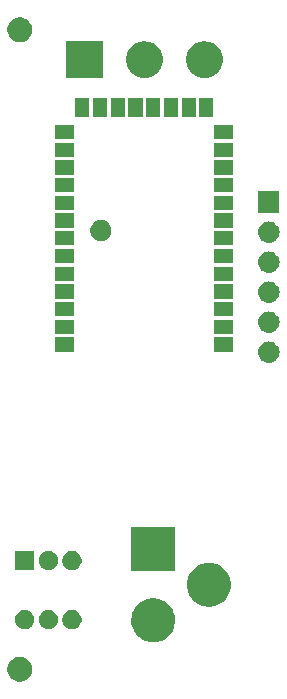
<source format=gbr>
G04 #@! TF.GenerationSoftware,KiCad,Pcbnew,5.1.4*
G04 #@! TF.CreationDate,2019-09-01T18:38:05+02:00*
G04 #@! TF.ProjectId,blueled,626c7565-6c65-4642-9e6b-696361645f70,rev?*
G04 #@! TF.SameCoordinates,Original*
G04 #@! TF.FileFunction,Soldermask,Bot*
G04 #@! TF.FilePolarity,Negative*
%FSLAX46Y46*%
G04 Gerber Fmt 4.6, Leading zero omitted, Abs format (unit mm)*
G04 Created by KiCad (PCBNEW 5.1.4) date 2019-09-01 18:38:05*
%MOMM*%
%LPD*%
G04 APERTURE LIST*
%ADD10C,0.100000*%
G04 APERTURE END LIST*
D10*
G36*
X142673564Y-154754889D02*
G01*
X142864833Y-154834115D01*
X142864835Y-154834116D01*
X143036973Y-154949135D01*
X143183365Y-155095527D01*
X143298385Y-155267667D01*
X143377611Y-155458936D01*
X143418000Y-155661984D01*
X143418000Y-155869016D01*
X143377611Y-156072064D01*
X143298385Y-156263333D01*
X143298384Y-156263335D01*
X143183365Y-156435473D01*
X143036973Y-156581865D01*
X142864835Y-156696884D01*
X142864834Y-156696885D01*
X142864833Y-156696885D01*
X142673564Y-156776111D01*
X142470516Y-156816500D01*
X142263484Y-156816500D01*
X142060436Y-156776111D01*
X141869167Y-156696885D01*
X141869166Y-156696885D01*
X141869165Y-156696884D01*
X141697027Y-156581865D01*
X141550635Y-156435473D01*
X141435616Y-156263335D01*
X141435615Y-156263333D01*
X141356389Y-156072064D01*
X141316000Y-155869016D01*
X141316000Y-155661984D01*
X141356389Y-155458936D01*
X141435615Y-155267667D01*
X141550635Y-155095527D01*
X141697027Y-154949135D01*
X141869165Y-154834116D01*
X141869167Y-154834115D01*
X142060436Y-154754889D01*
X142263484Y-154714500D01*
X142470516Y-154714500D01*
X142673564Y-154754889D01*
X142673564Y-154754889D01*
G37*
G36*
X154007869Y-149785443D02*
G01*
X154209917Y-149825633D01*
X154349448Y-149883429D01*
X154546776Y-149965164D01*
X154849943Y-150167734D01*
X155107766Y-150425557D01*
X155310336Y-150728724D01*
X155355404Y-150837529D01*
X155449867Y-151065583D01*
X155471214Y-151172900D01*
X155500645Y-151320858D01*
X155521000Y-151423192D01*
X155521000Y-151787808D01*
X155449867Y-152145417D01*
X155431607Y-152189501D01*
X155310336Y-152482276D01*
X155107766Y-152785443D01*
X154849943Y-153043266D01*
X154546776Y-153245836D01*
X154349448Y-153327571D01*
X154209917Y-153385367D01*
X154031112Y-153420934D01*
X153852309Y-153456500D01*
X153487691Y-153456500D01*
X153308888Y-153420934D01*
X153130083Y-153385367D01*
X152990552Y-153327571D01*
X152793224Y-153245836D01*
X152490057Y-153043266D01*
X152232234Y-152785443D01*
X152029664Y-152482276D01*
X151908393Y-152189501D01*
X151890133Y-152145417D01*
X151819000Y-151787808D01*
X151819000Y-151423192D01*
X151839356Y-151320858D01*
X151868786Y-151172900D01*
X151890133Y-151065583D01*
X151984596Y-150837529D01*
X152029664Y-150728724D01*
X152232234Y-150425557D01*
X152490057Y-150167734D01*
X152793224Y-149965164D01*
X152990552Y-149883429D01*
X153130083Y-149825633D01*
X153332131Y-149785443D01*
X153487691Y-149754500D01*
X153852309Y-149754500D01*
X154007869Y-149785443D01*
X154007869Y-149785443D01*
G37*
G36*
X145017142Y-150776242D02*
G01*
X145165101Y-150837529D01*
X145298255Y-150926499D01*
X145411501Y-151039745D01*
X145500471Y-151172899D01*
X145561758Y-151320858D01*
X145593000Y-151477925D01*
X145593000Y-151638075D01*
X145561758Y-151795142D01*
X145500471Y-151943101D01*
X145411501Y-152076255D01*
X145298255Y-152189501D01*
X145165101Y-152278471D01*
X145017142Y-152339758D01*
X144860075Y-152371000D01*
X144699925Y-152371000D01*
X144542858Y-152339758D01*
X144394899Y-152278471D01*
X144261745Y-152189501D01*
X144148499Y-152076255D01*
X144059529Y-151943101D01*
X143998242Y-151795142D01*
X143967000Y-151638075D01*
X143967000Y-151477925D01*
X143998242Y-151320858D01*
X144059529Y-151172899D01*
X144148499Y-151039745D01*
X144261745Y-150926499D01*
X144394899Y-150837529D01*
X144542858Y-150776242D01*
X144699925Y-150745000D01*
X144860075Y-150745000D01*
X145017142Y-150776242D01*
X145017142Y-150776242D01*
G37*
G36*
X147017142Y-150776242D02*
G01*
X147165101Y-150837529D01*
X147298255Y-150926499D01*
X147411501Y-151039745D01*
X147500471Y-151172899D01*
X147561758Y-151320858D01*
X147593000Y-151477925D01*
X147593000Y-151638075D01*
X147561758Y-151795142D01*
X147500471Y-151943101D01*
X147411501Y-152076255D01*
X147298255Y-152189501D01*
X147165101Y-152278471D01*
X147017142Y-152339758D01*
X146860075Y-152371000D01*
X146699925Y-152371000D01*
X146542858Y-152339758D01*
X146394899Y-152278471D01*
X146261745Y-152189501D01*
X146148499Y-152076255D01*
X146059529Y-151943101D01*
X145998242Y-151795142D01*
X145967000Y-151638075D01*
X145967000Y-151477925D01*
X145998242Y-151320858D01*
X146059529Y-151172899D01*
X146148499Y-151039745D01*
X146261745Y-150926499D01*
X146394899Y-150837529D01*
X146542858Y-150776242D01*
X146699925Y-150745000D01*
X146860075Y-150745000D01*
X147017142Y-150776242D01*
X147017142Y-150776242D01*
G37*
G36*
X143017142Y-150776242D02*
G01*
X143165101Y-150837529D01*
X143298255Y-150926499D01*
X143411501Y-151039745D01*
X143500471Y-151172899D01*
X143561758Y-151320858D01*
X143593000Y-151477925D01*
X143593000Y-151638075D01*
X143561758Y-151795142D01*
X143500471Y-151943101D01*
X143411501Y-152076255D01*
X143298255Y-152189501D01*
X143165101Y-152278471D01*
X143017142Y-152339758D01*
X142860075Y-152371000D01*
X142699925Y-152371000D01*
X142542858Y-152339758D01*
X142394899Y-152278471D01*
X142261745Y-152189501D01*
X142148499Y-152076255D01*
X142059529Y-151943101D01*
X141998242Y-151795142D01*
X141967000Y-151638075D01*
X141967000Y-151477925D01*
X141998242Y-151320858D01*
X142059529Y-151172899D01*
X142148499Y-151039745D01*
X142261745Y-150926499D01*
X142394899Y-150837529D01*
X142542858Y-150776242D01*
X142699925Y-150745000D01*
X142860075Y-150745000D01*
X143017142Y-150776242D01*
X143017142Y-150776242D01*
G37*
G36*
X158731113Y-146790067D02*
G01*
X158909917Y-146825633D01*
X159049448Y-146883429D01*
X159246776Y-146965164D01*
X159549943Y-147167734D01*
X159807766Y-147425557D01*
X160010336Y-147728724D01*
X160149867Y-148065584D01*
X160221000Y-148423191D01*
X160221000Y-148787809D01*
X160149867Y-149145416D01*
X160010336Y-149482276D01*
X159807766Y-149785443D01*
X159549943Y-150043266D01*
X159246776Y-150245836D01*
X159049448Y-150327571D01*
X158909917Y-150385367D01*
X158731112Y-150420934D01*
X158552309Y-150456500D01*
X158187691Y-150456500D01*
X158008888Y-150420934D01*
X157830083Y-150385367D01*
X157690552Y-150327571D01*
X157493224Y-150245836D01*
X157190057Y-150043266D01*
X156932234Y-149785443D01*
X156729664Y-149482276D01*
X156590133Y-149145416D01*
X156519000Y-148787809D01*
X156519000Y-148423191D01*
X156590133Y-148065584D01*
X156729664Y-147728724D01*
X156932234Y-147425557D01*
X157190057Y-147167734D01*
X157493224Y-146965164D01*
X157690552Y-146883429D01*
X157830083Y-146825633D01*
X158008887Y-146790067D01*
X158187691Y-146754500D01*
X158552309Y-146754500D01*
X158731113Y-146790067D01*
X158731113Y-146790067D01*
G37*
G36*
X155521000Y-147456500D02*
G01*
X151819000Y-147456500D01*
X151819000Y-143754500D01*
X155521000Y-143754500D01*
X155521000Y-147456500D01*
X155521000Y-147456500D01*
G37*
G36*
X143593000Y-147371000D02*
G01*
X141967000Y-147371000D01*
X141967000Y-145745000D01*
X143593000Y-145745000D01*
X143593000Y-147371000D01*
X143593000Y-147371000D01*
G37*
G36*
X145017142Y-145776242D02*
G01*
X145165101Y-145837529D01*
X145298255Y-145926499D01*
X145411501Y-146039745D01*
X145500471Y-146172899D01*
X145561758Y-146320858D01*
X145593000Y-146477925D01*
X145593000Y-146638075D01*
X145561758Y-146795142D01*
X145500471Y-146943101D01*
X145411501Y-147076255D01*
X145298255Y-147189501D01*
X145165101Y-147278471D01*
X145017142Y-147339758D01*
X144860075Y-147371000D01*
X144699925Y-147371000D01*
X144542858Y-147339758D01*
X144394899Y-147278471D01*
X144261745Y-147189501D01*
X144148499Y-147076255D01*
X144059529Y-146943101D01*
X143998242Y-146795142D01*
X143967000Y-146638075D01*
X143967000Y-146477925D01*
X143998242Y-146320858D01*
X144059529Y-146172899D01*
X144148499Y-146039745D01*
X144261745Y-145926499D01*
X144394899Y-145837529D01*
X144542858Y-145776242D01*
X144699925Y-145745000D01*
X144860075Y-145745000D01*
X145017142Y-145776242D01*
X145017142Y-145776242D01*
G37*
G36*
X147017142Y-145776242D02*
G01*
X147165101Y-145837529D01*
X147298255Y-145926499D01*
X147411501Y-146039745D01*
X147500471Y-146172899D01*
X147561758Y-146320858D01*
X147593000Y-146477925D01*
X147593000Y-146638075D01*
X147561758Y-146795142D01*
X147500471Y-146943101D01*
X147411501Y-147076255D01*
X147298255Y-147189501D01*
X147165101Y-147278471D01*
X147017142Y-147339758D01*
X146860075Y-147371000D01*
X146699925Y-147371000D01*
X146542858Y-147339758D01*
X146394899Y-147278471D01*
X146261745Y-147189501D01*
X146148499Y-147076255D01*
X146059529Y-146943101D01*
X145998242Y-146795142D01*
X145967000Y-146638075D01*
X145967000Y-146477925D01*
X145998242Y-146320858D01*
X146059529Y-146172899D01*
X146148499Y-146039745D01*
X146261745Y-145926499D01*
X146394899Y-145837529D01*
X146542858Y-145776242D01*
X146699925Y-145745000D01*
X146860075Y-145745000D01*
X147017142Y-145776242D01*
X147017142Y-145776242D01*
G37*
G36*
X163559443Y-128010519D02*
G01*
X163625627Y-128017037D01*
X163795466Y-128068557D01*
X163951991Y-128152222D01*
X163987729Y-128181552D01*
X164089186Y-128264814D01*
X164172448Y-128366271D01*
X164201778Y-128402009D01*
X164285443Y-128558534D01*
X164336963Y-128728373D01*
X164354359Y-128905000D01*
X164336963Y-129081627D01*
X164285443Y-129251466D01*
X164201778Y-129407991D01*
X164172448Y-129443729D01*
X164089186Y-129545186D01*
X163987729Y-129628448D01*
X163951991Y-129657778D01*
X163795466Y-129741443D01*
X163625627Y-129792963D01*
X163559443Y-129799481D01*
X163493260Y-129806000D01*
X163404740Y-129806000D01*
X163338557Y-129799481D01*
X163272373Y-129792963D01*
X163102534Y-129741443D01*
X162946009Y-129657778D01*
X162910271Y-129628448D01*
X162808814Y-129545186D01*
X162725552Y-129443729D01*
X162696222Y-129407991D01*
X162612557Y-129251466D01*
X162561037Y-129081627D01*
X162543641Y-128905000D01*
X162561037Y-128728373D01*
X162612557Y-128558534D01*
X162696222Y-128402009D01*
X162725552Y-128366271D01*
X162808814Y-128264814D01*
X162910271Y-128181552D01*
X162946009Y-128152222D01*
X163102534Y-128068557D01*
X163272373Y-128017037D01*
X163338557Y-128010519D01*
X163404740Y-128004000D01*
X163493260Y-128004000D01*
X163559443Y-128010519D01*
X163559443Y-128010519D01*
G37*
G36*
X160452000Y-128871000D02*
G01*
X158826000Y-128871000D01*
X158826000Y-127669000D01*
X160452000Y-127669000D01*
X160452000Y-128871000D01*
X160452000Y-128871000D01*
G37*
G36*
X146990000Y-128871000D02*
G01*
X145364000Y-128871000D01*
X145364000Y-127669000D01*
X146990000Y-127669000D01*
X146990000Y-128871000D01*
X146990000Y-128871000D01*
G37*
G36*
X146990000Y-127371000D02*
G01*
X145364000Y-127371000D01*
X145364000Y-126169000D01*
X146990000Y-126169000D01*
X146990000Y-127371000D01*
X146990000Y-127371000D01*
G37*
G36*
X160452000Y-127371000D02*
G01*
X158826000Y-127371000D01*
X158826000Y-126169000D01*
X160452000Y-126169000D01*
X160452000Y-127371000D01*
X160452000Y-127371000D01*
G37*
G36*
X163559442Y-125470518D02*
G01*
X163625627Y-125477037D01*
X163795466Y-125528557D01*
X163951991Y-125612222D01*
X163987729Y-125641552D01*
X164089186Y-125724814D01*
X164172448Y-125826271D01*
X164201778Y-125862009D01*
X164285443Y-126018534D01*
X164336963Y-126188373D01*
X164354359Y-126365000D01*
X164336963Y-126541627D01*
X164285443Y-126711466D01*
X164201778Y-126867991D01*
X164172448Y-126903729D01*
X164089186Y-127005186D01*
X163987729Y-127088448D01*
X163951991Y-127117778D01*
X163795466Y-127201443D01*
X163625627Y-127252963D01*
X163559443Y-127259481D01*
X163493260Y-127266000D01*
X163404740Y-127266000D01*
X163338557Y-127259481D01*
X163272373Y-127252963D01*
X163102534Y-127201443D01*
X162946009Y-127117778D01*
X162910271Y-127088448D01*
X162808814Y-127005186D01*
X162725552Y-126903729D01*
X162696222Y-126867991D01*
X162612557Y-126711466D01*
X162561037Y-126541627D01*
X162543641Y-126365000D01*
X162561037Y-126188373D01*
X162612557Y-126018534D01*
X162696222Y-125862009D01*
X162725552Y-125826271D01*
X162808814Y-125724814D01*
X162910271Y-125641552D01*
X162946009Y-125612222D01*
X163102534Y-125528557D01*
X163272373Y-125477037D01*
X163338558Y-125470518D01*
X163404740Y-125464000D01*
X163493260Y-125464000D01*
X163559442Y-125470518D01*
X163559442Y-125470518D01*
G37*
G36*
X160452000Y-125871000D02*
G01*
X158826000Y-125871000D01*
X158826000Y-124669000D01*
X160452000Y-124669000D01*
X160452000Y-125871000D01*
X160452000Y-125871000D01*
G37*
G36*
X146990000Y-125871000D02*
G01*
X145364000Y-125871000D01*
X145364000Y-124669000D01*
X146990000Y-124669000D01*
X146990000Y-125871000D01*
X146990000Y-125871000D01*
G37*
G36*
X163559443Y-122930519D02*
G01*
X163625627Y-122937037D01*
X163795466Y-122988557D01*
X163951991Y-123072222D01*
X163987729Y-123101552D01*
X164089186Y-123184814D01*
X164172448Y-123286271D01*
X164201778Y-123322009D01*
X164285443Y-123478534D01*
X164336963Y-123648373D01*
X164354359Y-123825000D01*
X164336963Y-124001627D01*
X164285443Y-124171466D01*
X164201778Y-124327991D01*
X164172448Y-124363729D01*
X164089186Y-124465186D01*
X163987729Y-124548448D01*
X163951991Y-124577778D01*
X163795466Y-124661443D01*
X163625627Y-124712963D01*
X163559443Y-124719481D01*
X163493260Y-124726000D01*
X163404740Y-124726000D01*
X163338557Y-124719481D01*
X163272373Y-124712963D01*
X163102534Y-124661443D01*
X162946009Y-124577778D01*
X162910271Y-124548448D01*
X162808814Y-124465186D01*
X162725552Y-124363729D01*
X162696222Y-124327991D01*
X162612557Y-124171466D01*
X162561037Y-124001627D01*
X162543641Y-123825000D01*
X162561037Y-123648373D01*
X162612557Y-123478534D01*
X162696222Y-123322009D01*
X162725552Y-123286271D01*
X162808814Y-123184814D01*
X162910271Y-123101552D01*
X162946009Y-123072222D01*
X163102534Y-122988557D01*
X163272373Y-122937037D01*
X163338557Y-122930519D01*
X163404740Y-122924000D01*
X163493260Y-122924000D01*
X163559443Y-122930519D01*
X163559443Y-122930519D01*
G37*
G36*
X146990000Y-124371000D02*
G01*
X145364000Y-124371000D01*
X145364000Y-123169000D01*
X146990000Y-123169000D01*
X146990000Y-124371000D01*
X146990000Y-124371000D01*
G37*
G36*
X160452000Y-124371000D02*
G01*
X158826000Y-124371000D01*
X158826000Y-123169000D01*
X160452000Y-123169000D01*
X160452000Y-124371000D01*
X160452000Y-124371000D01*
G37*
G36*
X160452000Y-122871000D02*
G01*
X158826000Y-122871000D01*
X158826000Y-121669000D01*
X160452000Y-121669000D01*
X160452000Y-122871000D01*
X160452000Y-122871000D01*
G37*
G36*
X146990000Y-122871000D02*
G01*
X145364000Y-122871000D01*
X145364000Y-121669000D01*
X146990000Y-121669000D01*
X146990000Y-122871000D01*
X146990000Y-122871000D01*
G37*
G36*
X163559443Y-120390519D02*
G01*
X163625627Y-120397037D01*
X163795466Y-120448557D01*
X163951991Y-120532222D01*
X163987729Y-120561552D01*
X164089186Y-120644814D01*
X164172448Y-120746271D01*
X164201778Y-120782009D01*
X164285443Y-120938534D01*
X164336963Y-121108373D01*
X164354359Y-121285000D01*
X164336963Y-121461627D01*
X164285443Y-121631466D01*
X164201778Y-121787991D01*
X164172448Y-121823729D01*
X164089186Y-121925186D01*
X163987729Y-122008448D01*
X163951991Y-122037778D01*
X163795466Y-122121443D01*
X163625627Y-122172963D01*
X163559442Y-122179482D01*
X163493260Y-122186000D01*
X163404740Y-122186000D01*
X163338558Y-122179482D01*
X163272373Y-122172963D01*
X163102534Y-122121443D01*
X162946009Y-122037778D01*
X162910271Y-122008448D01*
X162808814Y-121925186D01*
X162725552Y-121823729D01*
X162696222Y-121787991D01*
X162612557Y-121631466D01*
X162561037Y-121461627D01*
X162543641Y-121285000D01*
X162561037Y-121108373D01*
X162612557Y-120938534D01*
X162696222Y-120782009D01*
X162725552Y-120746271D01*
X162808814Y-120644814D01*
X162910271Y-120561552D01*
X162946009Y-120532222D01*
X163102534Y-120448557D01*
X163272373Y-120397037D01*
X163338557Y-120390519D01*
X163404740Y-120384000D01*
X163493260Y-120384000D01*
X163559443Y-120390519D01*
X163559443Y-120390519D01*
G37*
G36*
X146990000Y-121371000D02*
G01*
X145364000Y-121371000D01*
X145364000Y-120169000D01*
X146990000Y-120169000D01*
X146990000Y-121371000D01*
X146990000Y-121371000D01*
G37*
G36*
X160452000Y-121371000D02*
G01*
X158826000Y-121371000D01*
X158826000Y-120169000D01*
X160452000Y-120169000D01*
X160452000Y-121371000D01*
X160452000Y-121371000D01*
G37*
G36*
X146990000Y-119871000D02*
G01*
X145364000Y-119871000D01*
X145364000Y-118669000D01*
X146990000Y-118669000D01*
X146990000Y-119871000D01*
X146990000Y-119871000D01*
G37*
G36*
X160452000Y-119871000D02*
G01*
X158826000Y-119871000D01*
X158826000Y-118669000D01*
X160452000Y-118669000D01*
X160452000Y-119871000D01*
X160452000Y-119871000D01*
G37*
G36*
X163559442Y-117850518D02*
G01*
X163625627Y-117857037D01*
X163795466Y-117908557D01*
X163795468Y-117908558D01*
X163813409Y-117918148D01*
X163951991Y-117992222D01*
X163987729Y-118021552D01*
X164089186Y-118104814D01*
X164160093Y-118191216D01*
X164201778Y-118242009D01*
X164285443Y-118398534D01*
X164336963Y-118568373D01*
X164354359Y-118745000D01*
X164336963Y-118921627D01*
X164285443Y-119091466D01*
X164201778Y-119247991D01*
X164172448Y-119283729D01*
X164089186Y-119385186D01*
X163987729Y-119468448D01*
X163951991Y-119497778D01*
X163795466Y-119581443D01*
X163625627Y-119632963D01*
X163559443Y-119639481D01*
X163493260Y-119646000D01*
X163404740Y-119646000D01*
X163338557Y-119639481D01*
X163272373Y-119632963D01*
X163102534Y-119581443D01*
X162946009Y-119497778D01*
X162910271Y-119468448D01*
X162808814Y-119385186D01*
X162725552Y-119283729D01*
X162696222Y-119247991D01*
X162612557Y-119091466D01*
X162561037Y-118921627D01*
X162543641Y-118745000D01*
X162561037Y-118568373D01*
X162612557Y-118398534D01*
X162696222Y-118242009D01*
X162737907Y-118191216D01*
X162808814Y-118104814D01*
X162910271Y-118021552D01*
X162946009Y-117992222D01*
X163084591Y-117918148D01*
X163102532Y-117908558D01*
X163102534Y-117908557D01*
X163272373Y-117857037D01*
X163338558Y-117850518D01*
X163404740Y-117844000D01*
X163493260Y-117844000D01*
X163559442Y-117850518D01*
X163559442Y-117850518D01*
G37*
G36*
X149338512Y-117721927D02*
G01*
X149487812Y-117751624D01*
X149651784Y-117819544D01*
X149799354Y-117918147D01*
X149924853Y-118043646D01*
X150023456Y-118191216D01*
X150091376Y-118355188D01*
X150126000Y-118529259D01*
X150126000Y-118706741D01*
X150091376Y-118880812D01*
X150023456Y-119044784D01*
X149924853Y-119192354D01*
X149799354Y-119317853D01*
X149651784Y-119416456D01*
X149487812Y-119484376D01*
X149338512Y-119514073D01*
X149313742Y-119519000D01*
X149136258Y-119519000D01*
X149111488Y-119514073D01*
X148962188Y-119484376D01*
X148798216Y-119416456D01*
X148650646Y-119317853D01*
X148525147Y-119192354D01*
X148426544Y-119044784D01*
X148358624Y-118880812D01*
X148324000Y-118706741D01*
X148324000Y-118529259D01*
X148358624Y-118355188D01*
X148426544Y-118191216D01*
X148525147Y-118043646D01*
X148650646Y-117918147D01*
X148798216Y-117819544D01*
X148962188Y-117751624D01*
X149111488Y-117721927D01*
X149136258Y-117717000D01*
X149313742Y-117717000D01*
X149338512Y-117721927D01*
X149338512Y-117721927D01*
G37*
G36*
X146990000Y-118371000D02*
G01*
X145364000Y-118371000D01*
X145364000Y-117169000D01*
X146990000Y-117169000D01*
X146990000Y-118371000D01*
X146990000Y-118371000D01*
G37*
G36*
X160452000Y-118371000D02*
G01*
X158826000Y-118371000D01*
X158826000Y-117169000D01*
X160452000Y-117169000D01*
X160452000Y-118371000D01*
X160452000Y-118371000D01*
G37*
G36*
X164350000Y-117106000D02*
G01*
X162548000Y-117106000D01*
X162548000Y-115304000D01*
X164350000Y-115304000D01*
X164350000Y-117106000D01*
X164350000Y-117106000D01*
G37*
G36*
X160452000Y-116871000D02*
G01*
X158826000Y-116871000D01*
X158826000Y-115669000D01*
X160452000Y-115669000D01*
X160452000Y-116871000D01*
X160452000Y-116871000D01*
G37*
G36*
X146990000Y-116871000D02*
G01*
X145364000Y-116871000D01*
X145364000Y-115669000D01*
X146990000Y-115669000D01*
X146990000Y-116871000D01*
X146990000Y-116871000D01*
G37*
G36*
X160452000Y-115371000D02*
G01*
X158826000Y-115371000D01*
X158826000Y-114169000D01*
X160452000Y-114169000D01*
X160452000Y-115371000D01*
X160452000Y-115371000D01*
G37*
G36*
X146990000Y-115371000D02*
G01*
X145364000Y-115371000D01*
X145364000Y-114169000D01*
X146990000Y-114169000D01*
X146990000Y-115371000D01*
X146990000Y-115371000D01*
G37*
G36*
X146990000Y-113871000D02*
G01*
X145364000Y-113871000D01*
X145364000Y-112669000D01*
X146990000Y-112669000D01*
X146990000Y-113871000D01*
X146990000Y-113871000D01*
G37*
G36*
X160452000Y-113871000D02*
G01*
X158826000Y-113871000D01*
X158826000Y-112669000D01*
X160452000Y-112669000D01*
X160452000Y-113871000D01*
X160452000Y-113871000D01*
G37*
G36*
X146990000Y-112371000D02*
G01*
X145364000Y-112371000D01*
X145364000Y-111169000D01*
X146990000Y-111169000D01*
X146990000Y-112371000D01*
X146990000Y-112371000D01*
G37*
G36*
X160452000Y-112371000D02*
G01*
X158826000Y-112371000D01*
X158826000Y-111169000D01*
X160452000Y-111169000D01*
X160452000Y-112371000D01*
X160452000Y-112371000D01*
G37*
G36*
X146990000Y-110871000D02*
G01*
X145364000Y-110871000D01*
X145364000Y-109669000D01*
X146990000Y-109669000D01*
X146990000Y-110871000D01*
X146990000Y-110871000D01*
G37*
G36*
X160452000Y-110871000D02*
G01*
X158826000Y-110871000D01*
X158826000Y-109669000D01*
X160452000Y-109669000D01*
X160452000Y-110871000D01*
X160452000Y-110871000D01*
G37*
G36*
X154259000Y-109017000D02*
G01*
X153057000Y-109017000D01*
X153057000Y-107391000D01*
X154259000Y-107391000D01*
X154259000Y-109017000D01*
X154259000Y-109017000D01*
G37*
G36*
X158759000Y-109017000D02*
G01*
X157557000Y-109017000D01*
X157557000Y-107391000D01*
X158759000Y-107391000D01*
X158759000Y-109017000D01*
X158759000Y-109017000D01*
G37*
G36*
X157259000Y-109017000D02*
G01*
X156057000Y-109017000D01*
X156057000Y-107391000D01*
X157259000Y-107391000D01*
X157259000Y-109017000D01*
X157259000Y-109017000D01*
G37*
G36*
X155759000Y-109017000D02*
G01*
X154557000Y-109017000D01*
X154557000Y-107391000D01*
X155759000Y-107391000D01*
X155759000Y-109017000D01*
X155759000Y-109017000D01*
G37*
G36*
X148259000Y-109017000D02*
G01*
X147057000Y-109017000D01*
X147057000Y-107391000D01*
X148259000Y-107391000D01*
X148259000Y-109017000D01*
X148259000Y-109017000D01*
G37*
G36*
X149759000Y-109017000D02*
G01*
X148557000Y-109017000D01*
X148557000Y-107391000D01*
X149759000Y-107391000D01*
X149759000Y-109017000D01*
X149759000Y-109017000D01*
G37*
G36*
X151259000Y-109017000D02*
G01*
X150057000Y-109017000D01*
X150057000Y-107391000D01*
X151259000Y-107391000D01*
X151259000Y-109017000D01*
X151259000Y-109017000D01*
G37*
G36*
X152759000Y-109017000D02*
G01*
X151557000Y-109017000D01*
X151557000Y-107391000D01*
X152759000Y-107391000D01*
X152759000Y-109017000D01*
X152759000Y-109017000D01*
G37*
G36*
X149379000Y-105691000D02*
G01*
X146277000Y-105691000D01*
X146277000Y-102589000D01*
X149379000Y-102589000D01*
X149379000Y-105691000D01*
X149379000Y-105691000D01*
G37*
G36*
X153169401Y-102610610D02*
G01*
X153360410Y-102648604D01*
X153642674Y-102765521D01*
X153896705Y-102935259D01*
X154112741Y-103151295D01*
X154282479Y-103405326D01*
X154399396Y-103687590D01*
X154459000Y-103987240D01*
X154459000Y-104292760D01*
X154399396Y-104592410D01*
X154282479Y-104874674D01*
X154112741Y-105128705D01*
X153896705Y-105344741D01*
X153642674Y-105514479D01*
X153360410Y-105631396D01*
X153210585Y-105661198D01*
X153060761Y-105691000D01*
X152755239Y-105691000D01*
X152605415Y-105661198D01*
X152455590Y-105631396D01*
X152173326Y-105514479D01*
X151919295Y-105344741D01*
X151703259Y-105128705D01*
X151533521Y-104874674D01*
X151416604Y-104592410D01*
X151357000Y-104292760D01*
X151357000Y-103987240D01*
X151416604Y-103687590D01*
X151533521Y-103405326D01*
X151703259Y-103151295D01*
X151919295Y-102935259D01*
X152173326Y-102765521D01*
X152455590Y-102648604D01*
X152646599Y-102610610D01*
X152755239Y-102589000D01*
X153060761Y-102589000D01*
X153169401Y-102610610D01*
X153169401Y-102610610D01*
G37*
G36*
X158249401Y-102610610D02*
G01*
X158440410Y-102648604D01*
X158722674Y-102765521D01*
X158976705Y-102935259D01*
X159192741Y-103151295D01*
X159362479Y-103405326D01*
X159479396Y-103687590D01*
X159539000Y-103987240D01*
X159539000Y-104292760D01*
X159479396Y-104592410D01*
X159362479Y-104874674D01*
X159192741Y-105128705D01*
X158976705Y-105344741D01*
X158722674Y-105514479D01*
X158440410Y-105631396D01*
X158290585Y-105661198D01*
X158140761Y-105691000D01*
X157835239Y-105691000D01*
X157685415Y-105661198D01*
X157535590Y-105631396D01*
X157253326Y-105514479D01*
X156999295Y-105344741D01*
X156783259Y-105128705D01*
X156613521Y-104874674D01*
X156496604Y-104592410D01*
X156437000Y-104292760D01*
X156437000Y-103987240D01*
X156496604Y-103687590D01*
X156613521Y-103405326D01*
X156783259Y-103151295D01*
X156999295Y-102935259D01*
X157253326Y-102765521D01*
X157535590Y-102648604D01*
X157726599Y-102610610D01*
X157835239Y-102589000D01*
X158140761Y-102589000D01*
X158249401Y-102610610D01*
X158249401Y-102610610D01*
G37*
G36*
X142673564Y-100589389D02*
G01*
X142864833Y-100668615D01*
X142864835Y-100668616D01*
X143036973Y-100783635D01*
X143183365Y-100930027D01*
X143298385Y-101102167D01*
X143377611Y-101293436D01*
X143418000Y-101496484D01*
X143418000Y-101703516D01*
X143377611Y-101906564D01*
X143298385Y-102097833D01*
X143298384Y-102097835D01*
X143183365Y-102269973D01*
X143036973Y-102416365D01*
X142864835Y-102531384D01*
X142864834Y-102531385D01*
X142864833Y-102531385D01*
X142673564Y-102610611D01*
X142470516Y-102651000D01*
X142263484Y-102651000D01*
X142060436Y-102610611D01*
X141869167Y-102531385D01*
X141869166Y-102531385D01*
X141869165Y-102531384D01*
X141697027Y-102416365D01*
X141550635Y-102269973D01*
X141435616Y-102097835D01*
X141435615Y-102097833D01*
X141356389Y-101906564D01*
X141316000Y-101703516D01*
X141316000Y-101496484D01*
X141356389Y-101293436D01*
X141435615Y-101102167D01*
X141550635Y-100930027D01*
X141697027Y-100783635D01*
X141869165Y-100668616D01*
X141869167Y-100668615D01*
X142060436Y-100589389D01*
X142263484Y-100549000D01*
X142470516Y-100549000D01*
X142673564Y-100589389D01*
X142673564Y-100589389D01*
G37*
M02*

</source>
